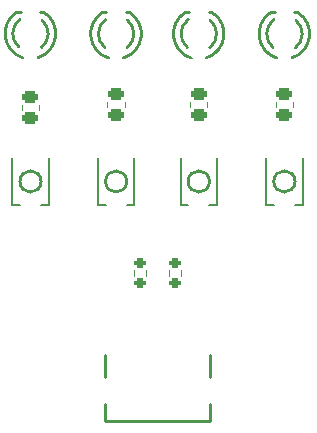
<source format=gbr>
%TF.GenerationSoftware,KiCad,Pcbnew,8.0.5*%
%TF.CreationDate,2024-10-13T15:58:05-04:00*%
%TF.ProjectId,KiCADWorkshopExample,4b694341-4457-46f7-926b-73686f704578,rev?*%
%TF.SameCoordinates,Original*%
%TF.FileFunction,Legend,Top*%
%TF.FilePolarity,Positive*%
%FSLAX46Y46*%
G04 Gerber Fmt 4.6, Leading zero omitted, Abs format (unit mm)*
G04 Created by KiCad (PCBNEW 8.0.5) date 2024-10-13 15:58:05*
%MOMM*%
%LPD*%
G01*
G04 APERTURE LIST*
G04 Aperture macros list*
%AMRoundRect*
0 Rectangle with rounded corners*
0 $1 Rounding radius*
0 $2 $3 $4 $5 $6 $7 $8 $9 X,Y pos of 4 corners*
0 Add a 4 corners polygon primitive as box body*
4,1,4,$2,$3,$4,$5,$6,$7,$8,$9,$2,$3,0*
0 Add four circle primitives for the rounded corners*
1,1,$1+$1,$2,$3*
1,1,$1+$1,$4,$5*
1,1,$1+$1,$6,$7*
1,1,$1+$1,$8,$9*
0 Add four rect primitives between the rounded corners*
20,1,$1+$1,$2,$3,$4,$5,0*
20,1,$1+$1,$4,$5,$6,$7,0*
20,1,$1+$1,$6,$7,$8,$9,0*
20,1,$1+$1,$8,$9,$2,$3,0*%
G04 Aperture macros list end*
%ADD10C,0.250000*%
%ADD11C,0.150000*%
%ADD12C,0.120000*%
%ADD13R,0.300000X1.300000*%
%ADD14O,1.200000X1.800000*%
%ADD15O,1.200000X2.000000*%
%ADD16C,0.750000*%
%ADD17R,1.360000X1.230000*%
%ADD18RoundRect,0.200000X0.275000X-0.200000X0.275000X0.200000X-0.275000X0.200000X-0.275000X-0.200000X0*%
%ADD19RoundRect,0.250000X0.450000X-0.262500X0.450000X0.262500X-0.450000X0.262500X-0.450000X-0.262500X0*%
%ADD20C,1.520000*%
G04 APERTURE END LIST*
D10*
%TO.C,USBC1*%
X88030000Y-147327500D02*
X88030000Y-145467500D01*
X96970000Y-151047500D02*
X88030000Y-151047500D01*
X88030000Y-151047500D02*
X88030000Y-149567500D01*
X96970000Y-147327500D02*
X96970000Y-145467500D01*
X96970000Y-151047500D02*
X96970000Y-149567500D01*
D11*
%TO.C,SW4*%
X83290000Y-128720000D02*
X83290000Y-132780000D01*
X83290000Y-132780000D02*
X82630000Y-132780000D01*
X80210000Y-128720000D02*
X80210000Y-132780000D01*
X80210000Y-132780000D02*
X80870000Y-132780000D01*
D10*
X82650000Y-130750000D02*
G75*
G02*
X80850000Y-130750000I-900000J0D01*
G01*
X80850000Y-130750000D02*
G75*
G02*
X82650000Y-130750000I900000J0D01*
G01*
D11*
%TO.C,SW3*%
X90540000Y-128720000D02*
X90540000Y-132780000D01*
X90540000Y-132780000D02*
X89880000Y-132780000D01*
X87460000Y-128720000D02*
X87460000Y-132780000D01*
X87460000Y-132780000D02*
X88120000Y-132780000D01*
D10*
X89900000Y-130750000D02*
G75*
G02*
X88100000Y-130750000I-900000J0D01*
G01*
X88100000Y-130750000D02*
G75*
G02*
X89900000Y-130750000I900000J0D01*
G01*
D11*
%TO.C,SW2*%
X97540000Y-128720000D02*
X97540000Y-132780000D01*
X97540000Y-132780000D02*
X96880000Y-132780000D01*
X94460000Y-128720000D02*
X94460000Y-132780000D01*
X94460000Y-132780000D02*
X95120000Y-132780000D01*
D10*
X96900000Y-130750000D02*
G75*
G02*
X95100000Y-130750000I-900000J0D01*
G01*
X95100000Y-130750000D02*
G75*
G02*
X96900000Y-130750000I900000J0D01*
G01*
D11*
%TO.C,SW1*%
X104790000Y-128720000D02*
X104790000Y-132780000D01*
X104790000Y-132780000D02*
X104130000Y-132780000D01*
X101710000Y-128720000D02*
X101710000Y-132780000D01*
X101710000Y-132780000D02*
X102370000Y-132780000D01*
D10*
X104150000Y-130750000D02*
G75*
G02*
X102350000Y-130750000I-900000J0D01*
G01*
X102350000Y-130750000D02*
G75*
G02*
X104150000Y-130750000I900000J0D01*
G01*
D12*
%TO.C,R6*%
X93477500Y-138737258D02*
X93477500Y-138262742D01*
X94522500Y-138737258D02*
X94522500Y-138262742D01*
%TO.C,R5*%
X81015000Y-124727064D02*
X81015000Y-124272936D01*
X82485000Y-124727064D02*
X82485000Y-124272936D01*
%TO.C,R4*%
X88265000Y-124477064D02*
X88265000Y-124022936D01*
X89735000Y-124477064D02*
X89735000Y-124022936D01*
%TO.C,R3*%
X95265000Y-124477064D02*
X95265000Y-124022936D01*
X96735000Y-124477064D02*
X96735000Y-124022936D01*
%TO.C,R2*%
X91522500Y-138737258D02*
X91522500Y-138262742D01*
X90477500Y-138737258D02*
X90477500Y-138262742D01*
%TO.C,R1*%
X102515000Y-124477064D02*
X102515000Y-124022936D01*
X103985000Y-124477064D02*
X103985000Y-124022936D01*
D10*
%TO.C,LED4*%
X82580000Y-116420000D02*
X82880000Y-116420000D01*
X80610000Y-116400000D02*
X80930000Y-116400000D01*
X80780000Y-119380000D02*
G75*
G02*
X80851885Y-117023025I970000J1150000D01*
G01*
X82720000Y-117080000D02*
G75*
G02*
X82687228Y-119406862I-970000J-1150000D01*
G01*
X81120000Y-120290000D02*
G75*
G02*
X80609529Y-116405276I640000J2060000D01*
G01*
X82880000Y-116420000D02*
G75*
G02*
X82383930Y-120267433I-1130000J-1810000D01*
G01*
%TO.C,LED3*%
X89830000Y-116440000D02*
X90130000Y-116440000D01*
X87860000Y-116420000D02*
X88180000Y-116420000D01*
X88030000Y-119400000D02*
G75*
G02*
X88101885Y-117043025I970000J1150000D01*
G01*
X89970000Y-117100000D02*
G75*
G02*
X89937228Y-119426862I-970000J-1150000D01*
G01*
X88370000Y-120310000D02*
G75*
G02*
X87859529Y-116425276I640000J2060000D01*
G01*
X90130000Y-116440000D02*
G75*
G02*
X89633930Y-120287433I-1130000J-1810000D01*
G01*
%TO.C,LED2*%
X96830000Y-116440000D02*
X97130000Y-116440000D01*
X94860000Y-116420000D02*
X95180000Y-116420000D01*
X95030000Y-119400000D02*
G75*
G02*
X95101885Y-117043025I970000J1150000D01*
G01*
X96970000Y-117100000D02*
G75*
G02*
X96937228Y-119426862I-970000J-1150000D01*
G01*
X95370000Y-120310000D02*
G75*
G02*
X94859529Y-116425276I640000J2060000D01*
G01*
X97130000Y-116440000D02*
G75*
G02*
X96633930Y-120287433I-1130000J-1810000D01*
G01*
%TO.C,LED1*%
X104080000Y-116440000D02*
X104380000Y-116440000D01*
X102110000Y-116420000D02*
X102430000Y-116420000D01*
X102280000Y-119400000D02*
G75*
G02*
X102351885Y-117043025I970000J1150000D01*
G01*
X104220000Y-117100000D02*
G75*
G02*
X104187228Y-119426862I-970000J-1150000D01*
G01*
X102620000Y-120310000D02*
G75*
G02*
X102109529Y-116425276I640000J2060000D01*
G01*
X104380000Y-116440000D02*
G75*
G02*
X103883930Y-120287433I-1130000J-1810000D01*
G01*
%TD*%
%LPC*%
D13*
%TO.C,USBC1*%
X90750000Y-143477500D03*
X91250000Y-143477500D03*
X91750000Y-143477500D03*
X92250000Y-143477500D03*
X92750000Y-143477500D03*
X93250000Y-143477500D03*
X93750000Y-143477500D03*
X94250000Y-143477500D03*
X89150000Y-143477500D03*
X89450000Y-143477500D03*
X89950000Y-143477500D03*
X90250000Y-143477500D03*
X94750000Y-143477500D03*
X95050000Y-143477500D03*
X95550000Y-143477500D03*
X95850000Y-143477500D03*
D14*
X96830000Y-148417500D03*
D15*
X96830000Y-144237500D03*
X88170000Y-144237500D03*
D14*
X88170000Y-148417500D03*
D16*
X89600000Y-144737500D03*
X95400000Y-144737500D03*
%TD*%
D17*
%TO.C,SW4*%
X81750000Y-132930000D03*
X81750000Y-128570000D03*
%TD*%
%TO.C,SW3*%
X89000000Y-132930000D03*
X89000000Y-128570000D03*
%TD*%
%TO.C,SW2*%
X96000000Y-132930000D03*
X96000000Y-128570000D03*
%TD*%
%TO.C,SW1*%
X103250000Y-132930000D03*
X103250000Y-128570000D03*
%TD*%
D18*
%TO.C,R6*%
X94000000Y-139325000D03*
X94000000Y-137675000D03*
%TD*%
D19*
%TO.C,R5*%
X81750000Y-125412500D03*
X81750000Y-123587500D03*
%TD*%
%TO.C,R4*%
X89000000Y-125162500D03*
X89000000Y-123337500D03*
%TD*%
%TO.C,R3*%
X96000000Y-125162500D03*
X96000000Y-123337500D03*
%TD*%
D18*
%TO.C,R2*%
X91000000Y-137675000D03*
X91000000Y-139325000D03*
%TD*%
D19*
%TO.C,R1*%
X103250000Y-125162500D03*
X103250000Y-123337500D03*
%TD*%
D20*
%TO.C,LED4*%
X81750000Y-119500000D03*
X81750000Y-116960000D03*
%TD*%
%TO.C,LED3*%
X89000000Y-119520000D03*
X89000000Y-116980000D03*
%TD*%
%TO.C,LED2*%
X96000000Y-119520000D03*
X96000000Y-116980000D03*
%TD*%
%TO.C,LED1*%
X103250000Y-119520000D03*
X103250000Y-116980000D03*
%TD*%
%LPD*%
M02*

</source>
